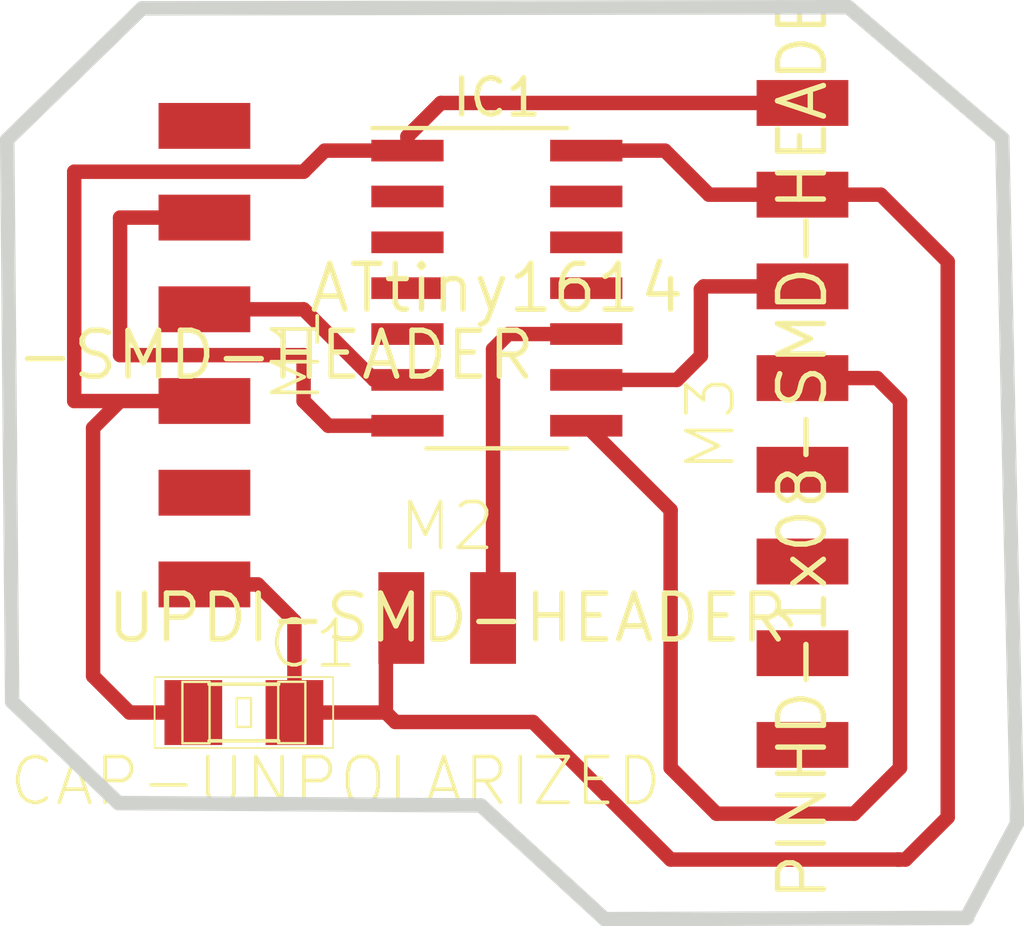
<source format=kicad_pcb>
(kicad_pcb (version 20171130) (host pcbnew "(5.1.9-0-10_14)")

  (general
    (thickness 1.6)
    (drawings 10)
    (tracks 57)
    (zones 0)
    (modules 5)
    (nets 21)
  )

  (page A4)
  (layers
    (0 F.Cu signal)
    (31 B.Cu signal hide)
    (32 B.Adhes user hide)
    (33 F.Adhes user hide)
    (34 B.Paste user hide)
    (35 F.Paste user hide)
    (36 B.SilkS user hide)
    (37 F.SilkS user hide)
    (38 B.Mask user hide)
    (39 F.Mask user hide)
    (40 Dwgs.User user hide)
    (41 Cmts.User user hide)
    (42 Eco1.User user hide)
    (43 Eco2.User user hide)
    (44 Edge.Cuts user)
    (45 Margin user hide)
    (46 B.CrtYd user hide)
    (47 F.CrtYd user hide)
    (48 B.Fab user hide)
    (49 F.Fab user hide)
  )

  (setup
    (last_trace_width 0.4)
    (user_trace_width 0.4)
    (trace_clearance 0.2)
    (zone_clearance 0.508)
    (zone_45_only no)
    (trace_min 0.2)
    (via_size 0.8)
    (via_drill 0.4)
    (via_min_size 0.4)
    (via_min_drill 0.3)
    (uvia_size 0.3)
    (uvia_drill 0.1)
    (uvias_allowed no)
    (uvia_min_size 0.2)
    (uvia_min_drill 0.1)
    (edge_width 0.4)
    (segment_width 0.2)
    (pcb_text_width 0.3)
    (pcb_text_size 1.5 1.5)
    (mod_edge_width 0.12)
    (mod_text_size 1 1)
    (mod_text_width 0.15)
    (pad_size 2 0.6)
    (pad_drill 0)
    (pad_to_mask_clearance 0)
    (aux_axis_origin 0 0)
    (grid_origin 142.24 105.41)
    (visible_elements FFFFFF7F)
    (pcbplotparams
      (layerselection 0x010fc_ffffffff)
      (usegerberextensions false)
      (usegerberattributes true)
      (usegerberadvancedattributes true)
      (creategerberjobfile true)
      (excludeedgelayer true)
      (linewidth 0.100000)
      (plotframeref false)
      (viasonmask false)
      (mode 1)
      (useauxorigin false)
      (hpglpennumber 1)
      (hpglpenspeed 20)
      (hpglpendiameter 15.000000)
      (psnegative false)
      (psa4output false)
      (plotreference true)
      (plotvalue true)
      (plotinvisibletext false)
      (padsonsilk false)
      (subtractmaskfromsilk false)
      (outputformat 1)
      (mirror false)
      (drillshape 1)
      (scaleselection 1)
      (outputdirectory ""))
  )

  (net 0 "")
  (net 1 GND)
  (net 2 VCC)
  (net 3 "Net-(IC1-Pad13)")
  (net 4 "Net-(IC1-Pad12)")
  (net 5 "Net-(IC1-Pad11)")
  (net 6 UPDI)
  (net 7 SLC)
  (net 8 SDA)
  (net 9 RX)
  (net 10 TX)
  (net 11 "Net-(IC1-Pad5)")
  (net 12 "Net-(IC1-Pad4)")
  (net 13 "Net-(IC1-Pad3)")
  (net 14 "Net-(IC1-Pad2)")
  (net 15 "Net-(M1-Pad6)")
  (net 16 "Net-(M1-Pad2)")
  (net 17 "Net-(M3-Pad7)")
  (net 18 "Net-(M3-Pad8)")
  (net 19 "Net-(M3-Pad6)")
  (net 20 "Net-(M3-Pad5)")

  (net_class Default "This is the default net class."
    (clearance 0.2)
    (trace_width 0.4)
    (via_dia 0.8)
    (via_drill 0.4)
    (uvia_dia 0.3)
    (uvia_drill 0.1)
    (add_net GND)
    (add_net "Net-(IC1-Pad11)")
    (add_net "Net-(IC1-Pad12)")
    (add_net "Net-(IC1-Pad13)")
    (add_net "Net-(IC1-Pad2)")
    (add_net "Net-(IC1-Pad3)")
    (add_net "Net-(IC1-Pad4)")
    (add_net "Net-(IC1-Pad5)")
    (add_net "Net-(M1-Pad2)")
    (add_net "Net-(M1-Pad6)")
    (add_net "Net-(M3-Pad5)")
    (add_net "Net-(M3-Pad6)")
    (add_net "Net-(M3-Pad7)")
    (add_net "Net-(M3-Pad8)")
    (add_net RX)
    (add_net SDA)
    (add_net SLC)
    (add_net TX)
    (add_net UPDI)
    (add_net VCC)
  )

  (module fab:fab-1X08SMD (layer F.Cu) (tedit 5E6F6B6F) (tstamp 607420EE)
    (at 145.89 102.235)
    (path /607509B2)
    (attr smd)
    (fp_text reference M3 (at -2.54 0 90) (layer F.SilkS)
      (effects (font (size 1.27 1.27) (thickness 0.1016)))
    )
    (fp_text value PINHD-1x08-SMD-HEADER (at 0 0 90) (layer F.SilkS)
      (effects (font (size 1.27 1.27) (thickness 0.15)))
    )
    (pad 7 smd rect (at 0 6.35) (size 2.54 1.27) (layers F.Cu F.Paste F.Mask)
      (net 17 "Net-(M3-Pad7)"))
    (pad 8 smd rect (at 0 8.89) (size 2.54 1.27) (layers F.Cu F.Paste F.Mask)
      (net 18 "Net-(M3-Pad8)"))
    (pad 6 smd rect (at 0 3.81) (size 2.54 1.27) (layers F.Cu F.Paste F.Mask)
      (net 19 "Net-(M3-Pad6)"))
    (pad 5 smd rect (at 0 1.27) (size 2.54 1.27) (layers F.Cu F.Paste F.Mask)
      (net 20 "Net-(M3-Pad5)"))
    (pad 4 smd rect (at 0 -1.27) (size 2.54 1.27) (layers F.Cu F.Paste F.Mask)
      (net 8 SDA))
    (pad 3 smd rect (at 0 -3.81) (size 2.54 1.27) (layers F.Cu F.Paste F.Mask)
      (net 7 SLC))
    (pad 2 smd rect (at 0 -6.35) (size 2.54 1.27) (layers F.Cu F.Paste F.Mask)
      (net 1 GND))
    (pad 1 smd rect (at 0 -8.89) (size 2.54 1.27) (layers F.Cu F.Paste F.Mask)
      (net 2 VCC))
  )

  (module fab:fab-1X02SMD (layer F.Cu) (tedit 5E6F6664) (tstamp 607420E2)
    (at 136.055 107.61 270)
    (path /607489DC)
    (attr smd)
    (fp_text reference M2 (at -2.54 0) (layer F.SilkS)
      (effects (font (size 1.27 1.27) (thickness 0.1016)))
    )
    (fp_text value UPDI-SMD-HEADER (at 0 0) (layer F.SilkS)
      (effects (font (size 1.27 1.27) (thickness 0.15)))
    )
    (pad 2 smd rect (at 0 1.27 270) (size 2.54 1.27) (layers F.Cu F.Paste F.Mask)
      (net 1 GND))
    (pad 1 smd rect (at 0 -1.27 270) (size 2.54 1.27) (layers F.Cu F.Paste F.Mask)
      (net 6 UPDI))
  )

  (module fab:fab-1X06SMD (layer F.Cu) (tedit 200000) (tstamp 607420DC)
    (at 129.335 100.33 180)
    (path /6074DE5C)
    (attr smd)
    (fp_text reference M1 (at -2.54 0 90) (layer F.SilkS)
      (effects (font (size 1.27 1.27) (thickness 0.1016)))
    )
    (fp_text value FTDI-SMD-HEADER (at 0 0) (layer F.SilkS)
      (effects (font (size 1.27 1.27) (thickness 0.15)))
    )
    (pad 6 smd rect (at 0 6.35 180) (size 2.54 1.27) (layers F.Cu F.Paste F.Mask)
      (net 15 "Net-(M1-Pad6)"))
    (pad 5 smd rect (at 0 3.81 180) (size 2.54 1.27) (layers F.Cu F.Paste F.Mask)
      (net 9 RX))
    (pad 4 smd rect (at 0 1.27 180) (size 2.54 1.27) (layers F.Cu F.Paste F.Mask)
      (net 10 TX))
    (pad 3 smd rect (at 0 -1.27 180) (size 2.54 1.27) (layers F.Cu F.Paste F.Mask)
      (net 2 VCC))
    (pad 2 smd rect (at 0 -3.81 180) (size 2.54 1.27) (layers F.Cu F.Paste F.Mask)
      (net 16 "Net-(M1-Pad2)"))
    (pad 1 smd rect (at 0 -6.35 180) (size 2.54 1.27) (layers F.Cu F.Paste F.Mask)
      (net 1 GND))
  )

  (module fab:fab-SOIC-14_3.9x8.7mm_P1.27mm (layer F.Cu) (tedit 5EABE9B1) (tstamp 607420D2)
    (at 137.430001 98.475001)
    (descr "SOIC, 14 Pin, fab version")
    (tags "SOIC fab")
    (path /607421BB)
    (attr smd)
    (fp_text reference IC1 (at 0 -5.28) (layer F.SilkS)
      (effects (font (size 1 1) (thickness 0.15)))
    )
    (fp_text value ATtiny1614 (at 0 0) (layer F.SilkS)
      (effects (font (size 1.27 1.27) (thickness 0.15)))
    )
    (fp_line (start -1.95 -3.35) (end -0.975 -4.325) (layer F.Fab) (width 0.1))
    (fp_line (start -1.95 4.325) (end -1.95 -3.35) (layer F.Fab) (width 0.1))
    (fp_line (start 1.95 4.325) (end -1.95 4.325) (layer F.Fab) (width 0.1))
    (fp_line (start 1.95 -4.325) (end 1.95 4.325) (layer F.Fab) (width 0.1))
    (fp_line (start -0.975 -4.325) (end 1.95 -4.325) (layer F.Fab) (width 0.1))
    (fp_line (start 0 -4.435) (end -3.45 -4.435) (layer F.SilkS) (width 0.12))
    (fp_line (start 0 -4.435) (end 1.95 -4.435) (layer F.SilkS) (width 0.12))
    (fp_line (start 0 4.435) (end -1.95 4.435) (layer F.SilkS) (width 0.12))
    (fp_line (start 0 4.435) (end 1.95 4.435) (layer F.SilkS) (width 0.12))
    (pad 14 smd rect (at 2.475 -3.81) (size 2 0.6) (layers F.Cu F.Paste F.Mask)
      (net 1 GND))
    (pad 13 smd rect (at 2.475 -2.54) (size 2 0.6) (layers F.Cu F.Paste F.Mask)
      (net 3 "Net-(IC1-Pad13)"))
    (pad 12 smd rect (at 2.475 -1.27) (size 2 0.6) (layers F.Cu F.Paste F.Mask)
      (net 4 "Net-(IC1-Pad12)"))
    (pad 11 smd rect (at 2.475 0) (size 2 0.6) (layers F.Cu F.Paste F.Mask)
      (net 5 "Net-(IC1-Pad11)"))
    (pad 10 smd rect (at 2.475 1.27) (size 2 0.6) (layers F.Cu F.Paste F.Mask)
      (net 6 UPDI))
    (pad 9 smd rect (at 2.475 2.54) (size 2 0.6) (layers F.Cu F.Paste F.Mask)
      (net 7 SLC))
    (pad 8 smd rect (at 2.475 3.81) (size 2 0.6) (layers F.Cu F.Paste F.Mask)
      (net 8 SDA))
    (pad 7 smd rect (at -2.475 3.81) (size 2 0.6) (layers F.Cu F.Paste F.Mask)
      (net 9 RX))
    (pad 6 smd rect (at -2.475 2.54) (size 2 0.6) (layers F.Cu F.Paste F.Mask)
      (net 10 TX))
    (pad 5 smd rect (at -2.475 1.27) (size 2 0.6) (layers F.Cu F.Paste F.Mask)
      (net 11 "Net-(IC1-Pad5)"))
    (pad 4 smd rect (at -2.475 0) (size 2 0.6) (layers F.Cu F.Paste F.Mask)
      (net 12 "Net-(IC1-Pad4)"))
    (pad 3 smd rect (at -2.475 -1.27) (size 2 0.6) (layers F.Cu F.Paste F.Mask)
      (net 13 "Net-(IC1-Pad3)"))
    (pad 2 smd rect (at -2.475 -2.54) (size 2 0.6) (layers F.Cu F.Paste F.Mask)
      (net 14 "Net-(IC1-Pad2)"))
    (pad 1 smd rect (at -2.475 -3.81) (size 2 0.6) (layers F.Cu F.Paste F.Mask)
      (net 2 VCC))
    (model ${KISYS3DMOD}/Package_SO.3dshapes/SOIC-14_3.9x8.7mm_P1.27mm.wrl
      (at (xyz 0 0 0))
      (scale (xyz 1 1 1))
      (rotate (xyz 0 0 0))
    )
  )

  (module fab:fab-C1206 (layer F.Cu) (tedit 200000) (tstamp 607420B7)
    (at 130.426821 110.228381)
    (descr CAPACITOR)
    (tags CAPACITOR)
    (path /60747DBD)
    (attr smd)
    (fp_text reference C1 (at 1.905 -1.905) (layer F.SilkS)
      (effects (font (size 1.27 1.27) (thickness 0.1016)))
    )
    (fp_text value CAP-UNPOLARIZED (at 2.54 1.905) (layer F.SilkS)
      (effects (font (size 1.27 1.27) (thickness 0.1016)))
    )
    (fp_line (start -0.96266 0.78486) (end 0.96266 0.78486) (layer F.SilkS) (width 0.1016))
    (fp_line (start -0.96266 -0.78486) (end 0.96266 -0.78486) (layer F.SilkS) (width 0.1016))
    (fp_line (start 2.47142 -0.98298) (end 2.47142 0.98298) (layer F.SilkS) (width 0.0508))
    (fp_line (start -2.47142 0.98298) (end -2.47142 -0.98298) (layer F.SilkS) (width 0.0508))
    (fp_line (start 2.47142 0.98298) (end -2.47142 0.98298) (layer F.SilkS) (width 0.0508))
    (fp_line (start -2.47142 -0.98298) (end 2.47142 -0.98298) (layer F.SilkS) (width 0.0508))
    (fp_line (start -0.19812 0.39878) (end -0.19812 -0.39878) (layer F.SilkS) (width 0.06604))
    (fp_line (start -0.19812 -0.39878) (end 0.19812 -0.39878) (layer F.SilkS) (width 0.06604))
    (fp_line (start 0.19812 0.39878) (end 0.19812 -0.39878) (layer F.SilkS) (width 0.06604))
    (fp_line (start -0.19812 0.39878) (end 0.19812 0.39878) (layer F.SilkS) (width 0.06604))
    (fp_line (start 0.94996 0.84836) (end 0.94996 -0.8509) (layer F.SilkS) (width 0.06604))
    (fp_line (start 0.94996 -0.8509) (end 1.7018 -0.8509) (layer F.SilkS) (width 0.06604))
    (fp_line (start 1.7018 0.84836) (end 1.7018 -0.8509) (layer F.SilkS) (width 0.06604))
    (fp_line (start 0.94996 0.84836) (end 1.7018 0.84836) (layer F.SilkS) (width 0.06604))
    (fp_line (start -1.7018 0.8509) (end -1.7018 -0.84836) (layer F.SilkS) (width 0.06604))
    (fp_line (start -1.7018 -0.84836) (end -0.94996 -0.84836) (layer F.SilkS) (width 0.06604))
    (fp_line (start -0.94996 0.8509) (end -0.94996 -0.84836) (layer F.SilkS) (width 0.06604))
    (fp_line (start -1.7018 0.8509) (end -0.94996 0.8509) (layer F.SilkS) (width 0.06604))
    (pad 2 smd rect (at 1.39954 0) (size 1.59766 1.79832) (layers F.Cu F.Paste F.Mask)
      (net 1 GND))
    (pad 1 smd rect (at -1.39954 0) (size 1.59766 1.79832) (layers F.Cu F.Paste F.Mask)
      (net 2 VCC))
  )

  (gr_line (start 151.83104 113.28908) (end 150.44928 115.87988) (angle 90) (layer Edge.Cuts) (width 0.4))
  (gr_line (start 151.41956 94.32544) (end 151.83104 113.28908) (angle 90) (layer Edge.Cuts) (width 0.4))
  (gr_line (start 147.16252 90.69324) (end 151.41956 94.32544) (angle 90) (layer Edge.Cuts) (width 0.4))
  (gr_line (start 127.6096 90.72372) (end 147.16252 90.69324) (angle 90) (layer Edge.Cuts) (width 0.4))
  (gr_line (start 123.8758 94.361) (end 127.6096 90.72372) (angle 90) (layer Edge.Cuts) (width 0.4))
  (gr_line (start 124.01296 109.9312) (end 123.8758 94.361) (angle 90) (layer Edge.Cuts) (width 0.4))
  (gr_line (start 126.95428 112.73536) (end 124.01296 109.9312) (angle 90) (layer Edge.Cuts) (width 0.4))
  (gr_line (start 136.98728 112.8014) (end 126.95428 112.73536) (angle 90) (layer Edge.Cuts) (width 0.4))
  (gr_line (start 140.41628 115.951) (end 136.98728 112.8014) (angle 90) (layer Edge.Cuts) (width 0.4))
  (gr_line (start 150.44928 115.91544) (end 140.41628 115.951) (angle 90) (layer Edge.Cuts) (width 0.4))

  (segment (start 134.358381 110.228381) (end 131.826361 110.228381) (width 0.4) (layer F.Cu) (net 1) (tstamp 60742A7A) (status 800000))
  (segment (start 134.62 110.49) (end 134.358381 110.228381) (width 0.4) (layer F.Cu) (net 1) (tstamp 60742A79))
  (segment (start 138.43 110.49) (end 134.62 110.49) (width 0.4) (layer F.Cu) (net 1) (tstamp 60742A77))
  (segment (start 142.24 114.3) (end 138.43 110.49) (width 0.4) (layer F.Cu) (net 1) (tstamp 60742A75))
  (segment (start 148.59 114.3) (end 148.52396 114.3) (width 0.4) (layer F.Cu) (net 1) (tstamp 60742A74))
  (segment (start 148.52396 114.3) (end 142.24 114.3) (width 0.4) (layer F.Cu) (net 1) (tstamp 6074BEFD))
  (segment (start 134.358381 110.228381) (end 134.358381 108.036619) (width 0.4) (layer F.Cu) (net 1) (status 800000))
  (segment (start 134.358381 108.036619) (end 134.785 107.61) (width 0.4) (layer F.Cu) (net 1) (tstamp 60742A7C) (status C00000))
  (segment (start 129.335 106.68) (end 130.81 106.68) (width 0.4) (layer F.Cu) (net 1) (status 400000))
  (segment (start 131.826361 107.696361) (end 131.826361 110.228381) (width 0.4) (layer F.Cu) (net 1) (tstamp 60742AA3) (status 800000))
  (segment (start 130.81 106.68) (end 131.826361 107.696361) (width 0.4) (layer F.Cu) (net 1) (tstamp 60742AA2))
  (segment (start 148.52396 114.3) (end 148.7424 114.3) (width 0.4) (layer F.Cu) (net 1))
  (segment (start 148.0566 95.885) (end 145.89 95.885) (width 0.4) (layer F.Cu) (net 1) (tstamp 6074BF03) (status 800000))
  (segment (start 149.9108 97.7392) (end 148.0566 95.885) (width 0.4) (layer F.Cu) (net 1) (tstamp 6074BF01))
  (segment (start 149.9108 113.1316) (end 149.9108 97.7392) (width 0.4) (layer F.Cu) (net 1) (tstamp 6074BF00))
  (segment (start 148.7424 114.3) (end 149.9108 113.1316) (width 0.4) (layer F.Cu) (net 1) (tstamp 6074BEFF))
  (segment (start 145.89 95.885) (end 143.30172 95.885) (width 0.4) (layer F.Cu) (net 1) (status 400000))
  (segment (start 142.081721 94.665001) (end 139.905001 94.665001) (width 0.4) (layer F.Cu) (net 1) (tstamp 6074BF0A) (status 800000))
  (segment (start 143.30172 95.885) (end 142.081721 94.665001) (width 0.4) (layer F.Cu) (net 1) (tstamp 6074BF09))
  (segment (start 129.027281 110.228381) (end 127.261619 110.228381) (width 0.4) (layer F.Cu) (net 2) (status 400000))
  (segment (start 127 101.6) (end 129.335 101.6) (width 0.4) (layer F.Cu) (net 2) (tstamp 607429A1) (status 800000))
  (segment (start 126.253238 102.346762) (end 127 101.6) (width 0.4) (layer F.Cu) (net 2) (tstamp 607429A0))
  (segment (start 126.253238 109.22) (end 126.253238 102.346762) (width 0.4) (layer F.Cu) (net 2) (tstamp 6074299F))
  (segment (start 127.261619 110.228381) (end 126.253238 109.22) (width 0.4) (layer F.Cu) (net 2) (tstamp 6074299E))
  (segment (start 134.955001 94.665001) (end 132.664999 94.665001) (width 0.4) (layer F.Cu) (net 2) (status 400000))
  (segment (start 125.73 101.6) (end 127 101.6) (width 0.4) (layer F.Cu) (net 2) (tstamp 607429CD))
  (segment (start 125.73 95.25) (end 125.73 101.6) (width 0.4) (layer F.Cu) (net 2) (tstamp 607429CC))
  (segment (start 132.08 95.25) (end 125.73 95.25) (width 0.4) (layer F.Cu) (net 2) (tstamp 607429CB))
  (segment (start 132.664999 94.665001) (end 132.08 95.25) (width 0.4) (layer F.Cu) (net 2) (tstamp 607429CA))
  (segment (start 134.955001 94.665001) (end 134.955001 94.269839) (width 0.4) (layer F.Cu) (net 2) (status 400000))
  (segment (start 135.87984 93.345) (end 145.89 93.345) (width 0.4) (layer F.Cu) (net 2) (tstamp 6074BF07) (status 800000))
  (segment (start 134.955001 94.269839) (end 135.87984 93.345) (width 0.4) (layer F.Cu) (net 2) (tstamp 6074BF06))
  (segment (start 139.905001 99.745001) (end 137.744999 99.745001) (width 0.4) (layer F.Cu) (net 6) (status 400000))
  (segment (start 137.325 100.165) (end 137.325 107.61) (width 0.4) (layer F.Cu) (net 6) (tstamp 60742A56) (status 800000))
  (segment (start 137.744999 99.745001) (end 137.325 100.165) (width 0.4) (layer F.Cu) (net 6) (tstamp 60742A55))
  (segment (start 139.905001 101.015001) (end 142.413519 101.015001) (width 0.4) (layer F.Cu) (net 7) (status 400000))
  (segment (start 143.1544 98.425) (end 145.89 98.425) (width 0.4) (layer F.Cu) (net 7) (tstamp 6074BF0F) (status 800000))
  (segment (start 143.0782 98.5012) (end 143.1544 98.425) (width 0.4) (layer F.Cu) (net 7) (tstamp 6074BF0E))
  (segment (start 143.0782 100.35032) (end 143.0782 98.5012) (width 0.4) (layer F.Cu) (net 7) (tstamp 6074BF0D))
  (segment (start 142.413519 101.015001) (end 143.0782 100.35032) (width 0.4) (layer F.Cu) (net 7) (tstamp 6074BF0C))
  (segment (start 145.89 100.965) (end 147.955 100.965) (width 0.4) (layer F.Cu) (net 8) (status 400000))
  (segment (start 147.955 100.965) (end 148.59 101.6) (width 0.4) (layer F.Cu) (net 8) (tstamp 60742BDD))
  (segment (start 148.59 101.6) (end 148.59 111.76) (width 0.4) (layer F.Cu) (net 8) (tstamp 60742BDE))
  (segment (start 148.59 111.76) (end 147.32 113.03) (width 0.4) (layer F.Cu) (net 8) (tstamp 60742BDF))
  (segment (start 147.32 113.03) (end 143.51 113.03) (width 0.4) (layer F.Cu) (net 8) (tstamp 60742BE1))
  (segment (start 143.51 113.03) (end 142.24 111.76) (width 0.4) (layer F.Cu) (net 8) (tstamp 60742BE3))
  (segment (start 142.24 111.76) (end 142.24 104.62) (width 0.4) (layer F.Cu) (net 8) (tstamp 60742BE4))
  (segment (start 142.24 104.62) (end 139.905001 102.285001) (width 0.4) (layer F.Cu) (net 8) (tstamp 60742BE6) (status 800000))
  (segment (start 129.335 96.52) (end 127 96.52) (width 0.4) (layer F.Cu) (net 9) (status 400000))
  (segment (start 132.765001 102.285001) (end 134.955001 102.285001) (width 0.4) (layer F.Cu) (net 9) (tstamp 607429C8) (status 800000))
  (segment (start 132.08 101.6) (end 132.765001 102.285001) (width 0.4) (layer F.Cu) (net 9) (tstamp 607429C7))
  (segment (start 132.08 100.33) (end 132.08 101.6) (width 0.4) (layer F.Cu) (net 9) (tstamp 607429C6))
  (segment (start 127 100.33) (end 132.08 100.33) (width 0.4) (layer F.Cu) (net 9) (tstamp 607429C5))
  (segment (start 127 96.52) (end 127 100.33) (width 0.4) (layer F.Cu) (net 9) (tstamp 607429C4))
  (segment (start 134.955001 101.015001) (end 134.035001 101.015001) (width 0.4) (layer F.Cu) (net 10) (status C00000))
  (segment (start 132.08 99.06) (end 129.335 99.06) (width 0.4) (layer F.Cu) (net 10) (tstamp 607429C1) (status 800000))
  (segment (start 134.035001 101.015001) (end 132.08 99.06) (width 0.4) (layer F.Cu) (net 10) (tstamp 607429C0) (status 400000))

)

</source>
